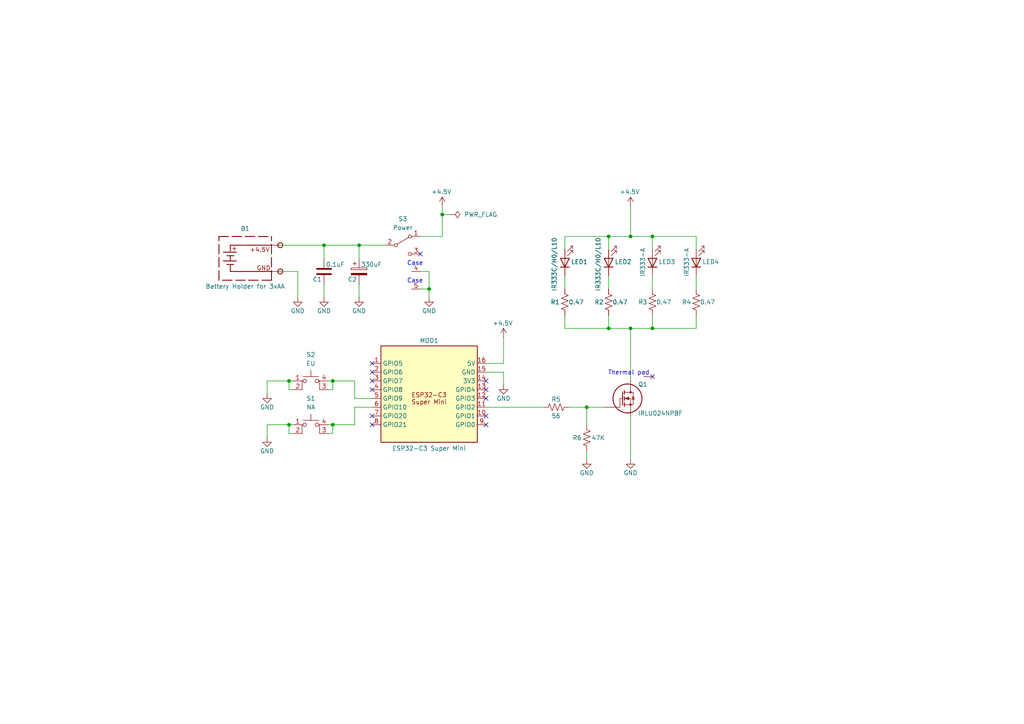
<source format=kicad_sch>
(kicad_sch (version 20250114) (generator "eeschema") (generator_version "9.0")
  (paper "A4")
  (title_block (title "TV-B-Gone kit V2 -- preliminary PCB") (date "2026-01-29") (rev "r1") (company "Cornfield Electronics") (comment 1 "Mitch Altman") (comment 2 "License: CC BY-SA 4.0"))
  (lib_symbols
    (symbol "Device:C" (pin_numbers (hide yes)) (pin_names (offset 0.254))
      (property "Reference" "C" (at 0.635 2.54 0))
      (property "Value" "C" (at 0.635 -2.54 0))
      (symbol "C_0_1"
        (polyline (pts (xy -2.032 0.762) (xy 2.032 0.762)) (stroke (width 0.508)))
        (polyline (pts (xy -2.032 -0.762) (xy 2.032 -0.762)) (stroke (width 0.508)))
      )
      (symbol "C_1_1"
        (pin passive line (at 0 3.81 270) (length 2.794) (name "~") (number "1"))
        (pin passive line (at 0 -3.81 90) (length 2.794) (name "~") (number "2"))
      )
    )
    (symbol "Device:C_Polarized" (pin_numbers (hide yes)) (pin_names (offset 0.254))
      (property "Reference" "C" (at 0.635 2.54 0))
      (property "Value" "C_Polarized" (at 0.635 -2.54 0))
      (symbol "C_Polarized_0_1"
        (rectangle (start -2.286 0.508) (end 2.286 1.016))
        (polyline (pts (xy -1.778 2.286) (xy -0.762 2.286)))
        (polyline (pts (xy -1.27 2.794) (xy -1.27 1.778)))
        (rectangle (start 2.286 -0.508) (end -2.286 -1.016) (fill (type outline)))
      )
      (symbol "C_Polarized_1_1"
        (pin passive line (at 0 3.81 270) (length 2.794) (name "~") (number "1"))
        (pin passive line (at 0 -3.81 90) (length 2.794) (name "~") (number "2"))
      )
    )
    (symbol "ESP32_C3_SuperMini_1"
      (property "Reference" "MOD" (at 0 12.192 0))
      (symbol "ESP32_C3_SuperMini_1_0_1"
        (rectangle (start -13.97 15.24) (end 13.97 -12.7) (stroke (width 0.254)) (fill (type background)))
      )
      (symbol "ESP32_C3_SuperMini_1_1_1"
        (text "ESP32-C3\nSuper Mini" (at 0 0 0) (effects (font (size 1.27 1.27))))
        (pin bidirectional line (at -16.51 10.16 0) (length 2.54) (name "GPIO5") (number "1"))
        (pin bidirectional line (at -16.51 7.62 0) (length 2.54) (name "GPIO6") (number "2"))
        (pin bidirectional line (at -16.51 5.08 0) (length 2.54) (name "GPIO7") (number "3"))
        (pin bidirectional line (at -16.51 2.54 0) (length 2.54) (name "GPIO8") (number "4"))
        (pin bidirectional line (at -16.51 0 0) (length 2.54) (name "GPIO9") (number "5"))
        (pin bidirectional line (at -16.51 -2.54 0) (length 2.54) (name "GPIO10") (number "6"))
        (pin bidirectional line (at -16.51 -5.08 0) (length 2.54) (name "GPIO20") (number "7"))
        (pin bidirectional line (at -16.51 -7.62 0) (length 2.54) (name "GPIO21") (number "8"))
        (pin power_in line (at 16.51 10.16 180) (length 2.54) (name "5V") (number "16"))
        (pin power_in line (at 16.51 7.62 180) (length 2.54) (name "GND") (number "15"))
        (pin power_in line (at 16.51 5.08 180) (length 2.54) (name "3V3") (number "14"))
        (pin bidirectional line (at 16.51 2.54 180) (length 2.54) (name "GPIO4") (number "13"))
        (pin bidirectional line (at 16.51 0 180) (length 2.54) (name "GPIO3") (number "12"))
        (pin bidirectional line (at 16.51 -2.54 180) (length 2.54) (name "GPIO2") (number "11"))
        (pin bidirectional line (at 16.51 -5.08 180) (length 2.54) (name "GPIO1") (number "10"))
        (pin bidirectional line (at 16.51 -7.62 180) (length 2.54) (name "GPIO0") (number "9"))
      )
    )
    (symbol "SW_SPDT_1" (pin_names (offset 0) (hide yes))
      (property "Reference" "S" (at 0 5.08 0))
      (property "Value" "Slide Switch" (at 0 -15.748 0))
      (symbol "SW_SPDT_1_0_1"
        (circle (center -2.032 0) (radius 0.4572))
        (polyline (pts (xy -1.651 0.254) (xy 1.651 2.286)))
        (circle (center 2.032 2.54) (radius 0.4572))
        (circle (center 2.032 -2.54) (radius 0.4572))
      )
      (symbol "SW_SPDT_1_1_1"
        (pin passive line (at -5.08 0 0) (length 2.54) (name "B") (number "2"))
        (pin passive line (at 5.08 2.54 180) (length 2.54) (name "A") (number "1"))
        (pin passive line (at 5.08 -2.54 180) (length 2.54) (name "C") (number "3"))
        (pin passive line (at 5.08 -7.62 180) (length 2.54) (name "Case") (number "4"))
        (pin passive line (at 5.08 -12.7 180) (length 2.54) (name "Case") (number "5"))
      )
    )
    (symbol "Switch:SW_MEC_5E" (pin_names (offset 1.016) (hide yes))
      (property "Reference" "SW" (at 0.635 5.715 0))
      (property "Value" "SW_MEC_5E" (at 0 -3.175 0))
      (symbol "SW_MEC_5E_0_1"
        (polyline (pts (xy -2.54 0) (xy -2.54 2.54) (xy -2.286 2.54)))
        (polyline (pts (xy -2.286 3.81) (xy 2.286 3.81)))
        (circle (center -1.778 2.54) (radius 0.508))
        (polyline (pts (xy 0 3.81) (xy 0 5.588)))
        (circle (center 1.778 2.54) (radius 0.508))
        (polyline (pts (xy 2.54 0) (xy 2.54 2.54) (xy 2.286 2.54)))
        (pin passive line (at -5.08 2.54 0) (length 2.54) (name "1") (number "1"))
        (pin passive line (at -5.08 0 0) (length 2.54) (name "2") (number "2"))
        (pin passive line (at 5.08 2.54 180) (length 2.54) (name "A") (number "4"))
        (pin passive line (at 5.08 0 180) (length 2.54) (name "K") (number "3"))
      )
    )
    (symbol "TVBG_Library:Battery holder for 3xAA batteries"
      (property "Reference" "B" (at -6.858 7.874 0))
      (symbol "Battery holder for 3xAA batteries_1_0"
        (polyline (pts (xy -7.62 6.35) (xy 7.62 6.35)) (stroke (width 0.254) (type dash)))
        (polyline (pts (xy -7.62 -6.35) (xy -7.62 6.35)) (stroke (width 0.254) (type dash)))
        (polyline (pts (xy -6.35 1.778) (xy -2.54 1.778)) (stroke (width 0.254)))
        (polyline (pts (xy -6.35 -0.762) (xy -4.318 -0.762)) (stroke (width 0.254)))
        (polyline (pts (xy -5.334 0.762) (xy -4.318 0.762)) (stroke (width 0.254)))
        (polyline (pts (xy -5.334 -1.778) (xy -3.302 -1.778)) (stroke (width 0.254)))
        (polyline (pts (xy -4.318 3.81) (xy -0.254 3.81)) (stroke (width 0.254)))
        (polyline (pts (xy -4.318 2.032) (xy -4.318 3.81)) (stroke (width 0.254)))
        (polyline (pts (xy -4.318 0.762) (xy -4.318 -0.762)) (stroke (width 0.254)))
        (polyline (pts (xy -4.318 0.762) (xy -3.302 0.762)) (stroke (width 0.254)))
        (polyline (pts (xy -4.318 -0.762) (xy -2.54 -0.762)) (stroke (width 0.254)))
        (polyline (pts (xy -4.318 -3.81) (xy -4.318 -2.032)) (stroke (width 0.254)))
        (polyline (pts (xy 7.62 3.81) (xy 0 3.81)) (stroke (width 0.254)))
        (polyline (pts (xy 7.62 -3.81) (xy -4.318 -3.81)) (stroke (width 0.254)))
        (polyline (pts (xy 7.62 -6.35) (xy -7.62 -6.35)) (stroke (width 0.254) (type dash)))
        (polyline (pts (xy 7.62 -6.35) (xy 7.62 6.35)) (stroke (width 0.254) (type dash)))
        (circle (center 10.16 3.81) (radius 0.7184) (stroke (width 0.254)))
        (circle (center 10.16 -3.81) (radius 0.7184) (stroke (width 0.254)))
        (text "+" (at -4.064 2.032 0) (effects (font (size 1.524 1.2954)) (justify left bottom)))
        (text "+4.5V" (at 1.27 1.778 0) (effects (font (size 1.27 1.27)) (justify left bottom)))
        (text "GND" (at 3.302 -3.556 0) (effects (font (size 1.27 1.27)) (justify left bottom)))
        (pin power_out line (at 10.16 3.81 180) (length 2.54) (name "+") (number "+"))
        (pin power_out line (at 10.16 -3.81 180) (length 2.54) (name "-") (number "-"))
      )
    )
    (symbol "TVBG_Library:LED" (pin_numbers (hide yes)) (pin_names (offset 1.016) (hide yes))
      (property "Reference" "LED" (at 0 2.54 0))
      (property "Value" "LED" (at 0 -2.54 0))
      (symbol "LED_0_1"
        (polyline (pts (xy -1.27 0) (xy 1.27 0)))
        (polyline (pts (xy -1.27 -1.27) (xy -1.27 1.27)) (stroke (width 0.254)))
        (polyline (pts (xy 1.27 -1.27) (xy 1.27 1.27) (xy -1.27 0) (xy 1.27 -1.27)) (stroke (width 0.254)))
        (polyline (pts (xy 2.032 -0.762) (xy 3.556 -2.286) (xy 3.556 -1.524) (xy 3.556 -2.286) (xy 2.794 -2.286)))
        (polyline (pts (xy 3.302 -0.762) (xy 4.826 -2.286) (xy 4.826 -1.524) (xy 4.826 -2.286) (xy 4.064 -2.286)))
      )
      (symbol "LED_1_1"
        (pin passive line (at -3.81 0 0) (length 2.54) (name "K") (number "K"))
        (pin passive line (at 3.81 0 180) (length 2.54) (name "A") (number "A"))
      )
    )
    (symbol "TVBG_Library:Q_NMOS" (pin_numbers (hide yes)) (pin_names (offset 0) (hide yes))
      (property "Reference" "Q" (at 5.08 3.556 0))
      (property "Value" "Q_NMOS" (at 5.08 -3.81 0))
      (symbol "Q_NMOS_0_1"
        (polyline (pts (xy -2.54 -2.54) (xy -0.508 -2.54) (xy -0.508 0)))
        (polyline (pts (xy 0.254 1.905) (xy 0.254 -1.905)) (stroke (width 0.254)))
        (polyline (pts (xy 0.254 0) (xy -0.508 0)))
        (polyline (pts (xy 0.762 2.286) (xy 0.762 1.27)) (stroke (width 0.254)))
        (polyline (pts (xy 0.762 0.508) (xy 0.762 -0.508)) (stroke (width 0.254)))
        (polyline (pts (xy 0.762 -1.27) (xy 0.762 -2.286)) (stroke (width 0.254)))
        (polyline (pts (xy 0.762 -1.778) (xy 3.302 -1.778) (xy 3.302 1.778) (xy 0.762 1.778)))
        (polyline (pts (xy 1.016 0) (xy 2.032 0.381) (xy 2.032 -0.381) (xy 1.016 0)) (fill (type outline)))
        (circle (center 1.651 0) (radius 4.1987) (stroke (width 0.254)))
        (polyline (pts (xy 2.54 2.54) (xy 2.54 1.778)))
        (circle (center 2.54 1.778) (radius 0.254) (fill (type outline)))
        (circle (center 2.54 -1.778) (radius 0.254) (fill (type outline)))
        (polyline (pts (xy 2.54 -2.54) (xy 2.54 0) (xy 0.762 0)))
        (polyline (pts (xy 2.921 0.381) (xy 3.683 0.381)))
        (polyline (pts (xy 3.302 0.381) (xy 2.921 -0.254) (xy 3.683 -0.254) (xy 3.302 0.381)))
      )
      (symbol "Q_NMOS_1_1"
        (pin input line (at -5.08 -2.54 0) (length 2.54) (name "G") (number "G"))
        (pin passive line (at 2.54 5.08 270) (length 2.54) (name "D") (number "D"))
        (pin passive line (at 2.54 -5.08 90) (length 2.54) (name "S") (number "S"))
        (pin passive line (at 8.89 6.35 180) (length 2.54) (name "Thermal") (number "4"))
      )
    )
    (symbol "TVBG_Library:R" (pin_numbers (hide yes)) (pin_names (offset 0))
      (property "Reference" "R" (at 0 2.54 0))
      (property "Value" "R" (at 0 -2.54 0))
      (symbol "R_0_1"
        (polyline (pts (xy -2.286 0) (xy -2.54 0)))
        (polyline (pts (xy -2.286 0) (xy -1.905 1.016) (xy -1.524 0) (xy -1.143 -1.016) (xy -0.762 0)))
        (polyline (pts (xy -0.762 0) (xy -0.381 1.016) (xy 0 0) (xy 0.381 -1.016) (xy 0.762 0)))
        (polyline (pts (xy 0.762 0) (xy 1.143 1.016) (xy 1.524 0) (xy 1.905 -1.016) (xy 2.286 0)))
        (polyline (pts (xy 2.286 0) (xy 2.54 0)))
      )
      (symbol "R_1_1"
        (pin passive line (at -3.81 0 0) (length 1.27) (name "~") (number "P$1"))
        (pin passive line (at 3.81 0 180) (length 1.27) (name "~") (number "P$2"))
      )
    )
    (symbol "power:+4V" (power) (pin_numbers (hide yes)) (pin_names (offset 0) (hide yes))
      (property "Value" "+4V" (at 0 3.556 0))
      (symbol "+4V_0_1"
        (polyline (pts (xy -0.762 1.27) (xy 0 2.54)))
        (polyline (pts (xy 0 2.54) (xy 0.762 1.27)))
        (polyline (pts (xy 0 0) (xy 0 2.54)))
      )
      (symbol "+4V_1_1"
        (pin power_in line (at 0 0 90) (length 0) (name "~") (number "1"))
      )
    )
    (symbol "power:GND" (power) (pin_numbers (hide yes)) (pin_names (offset 0) (hide yes))
      (property "Value" "GND" (at 0 -3.81 0))
      (symbol "GND_0_1"
        (polyline (pts (xy 0 0) (xy 0 -1.27) (xy 1.27 -1.27) (xy 0 -2.54) (xy -1.27 -1.27) (xy 0 -1.27)))
      )
      (symbol "GND_1_1"
        (pin power_in line (at 0 0 270) (length 0) (name "~") (number "1"))
      )
    )
    (symbol "power:PWR_FLAG" (power) (pin_numbers (hide yes)) (pin_names (offset 0) (hide yes))
      (property "Value" "PWR_FLAG" (at 0 3.81 0))
      (symbol "PWR_FLAG_0_0"
        (pin power_out line (at 0 0 90) (length 0) (name "~") (number "1"))
      )
      (symbol "PWR_FLAG_0_1"
        (polyline (pts (xy 0 0) (xy 0 1.27) (xy -1.016 1.905) (xy 0 2.54) (xy 1.016 1.905) (xy 0 1.27)))
      )
    )
  )
  (text "Thermal pad" (at 182.372 108.204 0) (effects (font (size 1.27 1.27))))
  (text "Case" (at 120.396 81.534 0) (effects (font (size 1.27 1.27))))
  (text "Case" (at 120.396 76.454 0) (effects (font (size 1.27 1.27))))
  (junction (at 170.18 118.11))
  (junction (at 189.23 95.25))
  (junction (at 96.52 123.19))
  (junction (at 104.14 71.12))
  (junction (at 96.52 110.49))
  (junction (at 83.82 110.49))
  (junction (at 128.27 62.23))
  (junction (at 83.82 123.19))
  (junction (at 189.23 68.58))
  (junction (at 93.98 71.12))
  (junction (at 124.46 83.82))
  (junction (at 176.53 95.25))
  (junction (at 182.88 68.58))
  (junction (at 176.53 68.58))
  (junction (at 182.88 95.25))
  (no_connect (at 189.23 109.22))
  (no_connect (at 107.95 123.19))
  (no_connect (at 107.95 113.03))
  (no_connect (at 140.97 110.49))
  (no_connect (at 140.97 115.57))
  (no_connect (at 140.97 113.03))
  (no_connect (at 121.92 73.66))
  (no_connect (at 140.97 120.65))
  (no_connect (at 107.95 107.95))
  (no_connect (at 107.95 120.65))
  (no_connect (at 140.97 123.19))
  (no_connect (at 107.95 105.41))
  (no_connect (at 107.95 110.49))
  (wire (pts (xy 86.36 86.36) (xy 86.36 78.74)))
  (wire (pts (xy 121.92 68.58) (xy 128.27 68.58)))
  (wire (pts (xy 85.09 110.49) (xy 83.82 110.49)))
  (wire (pts (xy 85.09 113.03) (xy 83.82 113.03)))
  (wire (pts (xy 104.14 71.12) (xy 104.14 74.93)))
  (wire (pts (xy 121.92 78.74) (xy 124.46 78.74)))
  (wire (pts (xy 93.98 82.55) (xy 93.98 86.36)))
  (wire (pts (xy 170.18 130.81) (xy 170.18 133.35)))
  (wire (pts (xy 140.97 118.11) (xy 157.48 118.11)))
  (wire (pts (xy 128.27 62.23) (xy 128.27 68.58)))
  (wire (pts (xy 170.18 118.11) (xy 170.18 123.19)))
  (wire (pts (xy 95.25 113.03) (xy 96.52 113.03)))
  (wire (pts (xy 182.88 59.69) (xy 182.88 68.58)))
  (wire (pts (xy 146.05 97.79) (xy 146.05 105.41)))
  (wire (pts (xy 96.52 113.03) (xy 96.52 110.49)))
  (wire (pts (xy 163.83 95.25) (xy 176.53 95.25)))
  (wire (pts (xy 189.23 91.44) (xy 189.23 95.25)))
  (wire (pts (xy 102.87 115.57) (xy 107.95 115.57)))
  (wire (pts (xy 176.53 80.01) (xy 176.53 83.82)))
  (wire (pts (xy 140.97 105.41) (xy 146.05 105.41)))
  (wire (pts (xy 182.88 120.65) (xy 182.88 133.35)))
  (wire (pts (xy 83.82 125.73) (xy 83.82 123.19)))
  (wire (pts (xy 77.47 123.19) (xy 77.47 127)))
  (wire (pts (xy 176.53 91.44) (xy 176.53 95.25)))
  (wire (pts (xy 189.23 80.01) (xy 189.23 83.82)))
  (wire (pts (xy 77.47 110.49) (xy 77.47 114.3)))
  (wire (pts (xy 163.83 68.58) (xy 163.83 72.39)))
  (wire (pts (xy 104.14 82.55) (xy 104.14 86.36)))
  (wire (pts (xy 95.25 123.19) (xy 96.52 123.19)))
  (wire (pts (xy 170.18 118.11) (xy 175.26 118.11)))
  (wire (pts (xy 93.98 71.12) (xy 93.98 74.93)))
  (wire (pts (xy 95.25 125.73) (xy 96.52 125.73)))
  (wire (pts (xy 102.87 110.49) (xy 102.87 115.57)))
  (wire (pts (xy 96.52 123.19) (xy 102.87 123.19)))
  (wire (pts (xy 201.93 91.44) (xy 201.93 95.25)))
  (wire (pts (xy 189.23 95.25) (xy 201.93 95.25)))
  (wire (pts (xy 81.28 71.12) (xy 93.98 71.12)))
  (wire (pts (xy 124.46 78.74) (xy 124.46 83.82)))
  (wire (pts (xy 201.93 68.58) (xy 201.93 72.39)))
  (wire (pts (xy 189.23 68.58) (xy 189.23 72.39)))
  (wire (pts (xy 128.27 62.23) (xy 130.81 62.23)))
  (wire (pts (xy 176.53 68.58) (xy 176.53 72.39)))
  (wire (pts (xy 182.88 95.25) (xy 189.23 95.25)))
  (wire (pts (xy 83.82 123.19) (xy 77.47 123.19)))
  (wire (pts (xy 81.28 78.74) (xy 86.36 78.74)))
  (wire (pts (xy 163.83 91.44) (xy 163.83 95.25)))
  (wire (pts (xy 146.05 107.95) (xy 146.05 111.76)))
  (wire (pts (xy 85.09 125.73) (xy 83.82 125.73)))
  (wire (pts (xy 124.46 83.82) (xy 124.46 86.36)))
  (wire (pts (xy 102.87 123.19) (xy 102.87 118.11)))
  (wire (pts (xy 85.09 123.19) (xy 83.82 123.19)))
  (wire (pts (xy 83.82 113.03) (xy 83.82 110.49)))
  (wire (pts (xy 201.93 80.01) (xy 201.93 83.82)))
  (wire (pts (xy 93.98 71.12) (xy 104.14 71.12)))
  (wire (pts (xy 182.88 68.58) (xy 189.23 68.58)))
  (wire (pts (xy 140.97 107.95) (xy 146.05 107.95)))
  (wire (pts (xy 83.82 110.49) (xy 77.47 110.49)))
  (wire (pts (xy 128.27 59.69) (xy 128.27 62.23)))
  (wire (pts (xy 96.52 125.73) (xy 96.52 123.19)))
  (wire (pts (xy 176.53 95.25) (xy 182.88 95.25)))
  (wire (pts (xy 182.88 95.25) (xy 182.88 110.49)))
  (wire (pts (xy 121.92 83.82) (xy 124.46 83.82)))
  (wire (pts (xy 165.1 118.11) (xy 170.18 118.11)))
  (wire (pts (xy 104.14 71.12) (xy 111.76 71.12)))
  (wire (pts (xy 102.87 118.11) (xy 107.95 118.11)))
  (wire (pts (xy 96.52 110.49) (xy 102.87 110.49)))
  (wire (pts (xy 163.83 68.58) (xy 176.53 68.58)))
  (wire (pts (xy 95.25 110.49) (xy 96.52 110.49)))
  (wire (pts (xy 189.23 68.58) (xy 201.93 68.58)))
  (wire (pts (xy 163.83 80.01) (xy 163.83 83.82)))
  (wire (pts (xy 176.53 68.58) (xy 182.88 68.58)))
  (symbol (lib_id "power:GND") (at 86.36 86.36 0) (unit 1)
    (property "Reference" "#PWR03" (effects (hide yes)))
    (property "Value" "GND" (at 86.36 90.17 0))
    (property "Description" "Power symbol creates a global label with name \"GND\" , ground" (effects (hide yes)))
  )
  (symbol (lib_id "TVBG_Library:LED") (at 163.83 76.2 90) (unit 1)
    (property "Reference" "LED1" (at 165.608 75.946 90) (effects (justify right)))
    (property "Value" "IR333C/H0/L10" (at 160.782 68.834 0) (effects (justify right)))
    (property "Footprint" "TVBG_Library:LED_IR_5MM" (effects (hide yes)))
    (property "Datasheet" "https://mm.digikey.com/Volume0/opasdata/d220001/medias/docus/497/IR333C-H0-L10-TR1-7_R_Rev2_1-4-17.pdf" (effects (hide yes)))
    (property "Description" "IR LED, 5mm, 40 deg, colorless" (effects (hide yes)))
    (property "Part #" "Everlight -- IR333C/H0/L10/TR1-7(R)" (effects (hide yes)))
  )
  (symbol (lib_id "TVBG_Library:R") (at 163.83 87.63 90) (unit 1)
    (property "Reference" "R1" (at 161.036 87.63 90))
    (property "Value" "0.47" (at 167.132 87.63 90))
    (property "Footprint" "TVBG_Library:Resistor_THT_0.5W" (effects (hide yes)))
    (property "Datasheet" "https://www.koaspeer.com/pdfs/MOS.pdf" (effects (hide yes)))
    (property "Description" "0.47 Ohm, 1/2W, 5%" (effects (hide yes)))
    (property "Part #" "KOA Speer -- MOSX1/2CT52RR47J " (effects (hide yes)))
  )
  (symbol (lib_id "TVBG_Library:LED") (at 176.53 76.2 90) (unit 1)
    (property "Reference" "LED2" (at 178.308 75.946 90) (effects (justify right)))
    (property "Value" "IR333C/H0/L10" (at 173.482 68.834 0) (effects (justify right)))
    (property "Footprint" "TVBG_Library:LED_IR_5MM" (effects (hide yes)))
    (property "Datasheet" "https://mm.digikey.com/Volume0/opasdata/d220001/medias/docus/497/IR333C-H0-L10-TR1-7_R_Rev2_1-4-17.pdf" (effects (hide yes)))
    (property "Description" "IR LED, 5mm, 40 deg, colorless" (effects (hide yes)))
    (property "Part #" "Everlight -- IR333C/H0/L10/TR1-7(R)" (effects (hide yes)))
  )
  (symbol (lib_id "TVBG_Library:LED") (at 189.23 76.2 90) (unit 1)
    (property "Reference" "LED3" (at 191.008 75.946 90) (effects (justify right)))
    (property "Value" "IR333-A" (at 186.436 71.882 0) (effects (justify right)))
    (property "Footprint" "TVBG_Library:LED_IR_5MM" (effects (hide yes)))
    (property "Datasheet" "https://mm.digikey.com/Volume0/opasdata/d220001/medias/docus/5972/IR333-A_Ver5_12-19-16.pdf" (effects (hide yes)))
    (property "Description" "IR LED, 5mm, 20 deg, blue tint" (effects (hide yes)))
    (property "Part #" "Everlight -- IR333-A" (effects (hide yes)))
  )
  (symbol (lib_id "power:+4V") (at 182.88 59.69 0) (unit 1)
    (property "Reference" "#PWR07" (effects (hide yes)))
    (property "Value" "+4.5V" (at 182.626 55.626 0))
    (property "Description" "Power symbol creates a global label with name \"+4V\"" (effects (hide yes)))
  )
  (symbol (lib_id "Device:C_Polarized") (at 104.14 78.74 0) (unit 1)
    (property "Reference" "C2" (at 100.838 81.026 0) (effects (justify left)))
    (property "Value" "330uF" (at 104.648 76.708 0) (effects (justify left)))
    (property "Footprint" "TVBG_Library:Cap_Panasonic_Electrolytic_8mm" (effects (hide yes)))
    (property "Datasheet" "https://industrial.panasonic.com/ww/products/pt/aluminum-cap-lead/models/ECEA0JKA331Q" (effects (hide yes)))
    (property "Description" "330uF, 6.3V, electrolytic, 8mm diam x 8mm height" (effects (hide yes)))
    (property "Part #" "Panasonic -- ECE-A0JKA331Q" (effects (hide yes)))
  )
  (symbol (lib_id "power:GND") (at 170.18 133.35 0) (unit 1)
    (property "Reference" "#PWR06" (effects (hide yes)))
    (property "Value" "GND" (at 170.18 137.16 0))
    (property "Description" "Power symbol creates a global label with name \"GND\" , ground" (effects (hide yes)))
  )
  (symbol (lib_name "SW_SPDT_1") (lib_id "TVBG_Library:SW_SPDT") (at 116.84 71.12 0) (unit 1)
    (property "Reference" "S3" (at 116.84 63.5 0))
    (property "Value" "Power" (at 116.84 66.04 0))
    (property "Footprint" "TVBG_Library:C&K_SPST_OS102011MS2QS1" (effects (hide yes)))
    (property "Datasheet" "https://www.ckswitches.com/media/1428/os.pdf" (effects (hide yes)))
    (property "Description" "Switch, single pole double throw, with 2 PCB-mounting pins" (effects (hide yes)))
    (property "Part #" "OS102011MS2QN1" (effects (hide yes)))
  )
  (symbol (lib_id "power:GND") (at 104.14 86.36 0) (unit 1)
    (property "Reference" "#PWR012" (effects (hide yes)))
    (property "Value" "GND" (at 104.14 90.17 0))
    (property "Description" "Power symbol creates a global label with name \"GND\" , ground" (effects (hide yes)))
  )
  (symbol (lib_id "power:GND") (at 93.98 86.36 0) (unit 1)
    (property "Reference" "#PWR011" (effects (hide yes)))
    (property "Value" "GND" (at 93.98 90.17 0))
    (property "Description" "Power symbol creates a global label with name \"GND\" , ground" (effects (hide yes)))
  )
  (symbol (lib_id "power:GND") (at 124.46 86.36 0) (unit 1)
    (property "Reference" "#PWR010" (effects (hide yes)))
    (property "Value" "GND" (at 124.46 90.17 0))
    (property "Description" "Power symbol creates a global label with name \"GND\" , ground" (effects (hide yes)))
  )
  (symbol (lib_id "TVBG_Library:R") (at 161.29 118.11 0) (unit 1)
    (property "Reference" "R5" (at 161.29 115.824 0))
    (property "Value" "56" (at 161.29 120.65 0))
    (property "Footprint" "TVBG_Library:Resistor_THT_0.25W" (effects (hide yes)))
    (property "Datasheet" "https://www.seielect.com/catalog/SEI-CF_CFM.pdf" (effects (hide yes)))
    (property "Description" "56 Ohm, 1/4W, 5%" (effects (hide yes)))
    (property "Part #" "Stackpole -- CF14JT56R0 " (effects (hide yes)))
  )
  (symbol (lib_name "ESP32_C3_SuperMini_1") (lib_id "TVBG_Library:ESP32_C3_SuperMini") (at 124.46 115.57 0) (unit 1)
    (property "Reference" "MOD1" (at 124.46 98.806 0))
    (property "Value" "ESP32-C3 Super Mini" (at 124.46 130.048 0))
    (property "Footprint" "TVBG_Library:ESP32-C3_Super_Mini" (effects (hide yes)))
    (property "Datasheet" "https://de.aliexpress.com/item/1005009495310442.html" (effects (hide yes)))
    (property "Description" "ESP32-C3 dev board from Aliexpress" (effects (hide yes)))
    (property "Part #" "Shop1102186190 Aliexpress Store, with Color = 10PCS C3 MINI" (effects (hide yes)))
  )
  (symbol (lib_id "TVBG_Library:R") (at 176.53 87.63 90) (unit 1)
    (property "Reference" "R2" (at 173.736 87.63 90))
    (property "Value" "0.47" (at 179.832 87.63 90))
    (property "Footprint" "TVBG_Library:Resistor_THT_0.5W" (effects (hide yes)))
    (property "Datasheet" "https://www.koaspeer.com/pdfs/MOS.pdf" (effects (hide yes)))
    (property "Description" "0.47 Ohm, 1/2W, 5%" (effects (hide yes)))
    (property "Part #" "KOA Speer -- MOSX1/2CT52RR47J " (effects (hide yes)))
  )
  (symbol (lib_id "power:GND") (at 77.47 114.3 0) (unit 1)
    (property "Reference" "#PWR01" (effects (hide yes)))
    (property "Value" "GND" (at 77.47 118.11 0))
    (property "Description" "Power symbol creates a global label with name \"GND\" , ground" (effects (hide yes)))
  )
  (symbol (lib_id "Device:C") (at 93.98 78.74 0) (unit 1)
    (property "Reference" "C1" (at 90.678 81.026 0) (effects (justify left)))
    (property "Value" "0.1uF" (at 94.488 76.708 0) (effects (justify left)))
    (property "Footprint" "TVBG_Library:Cap_Kemet_2.54_MLCC_through-hole" (effects (hide yes)))
    (property "Datasheet" "https://content.kemet.com/datasheets/KEM_C1050_GOLDMAX_X7R.pdf" (effects (hide yes)))
    (property "Description" "0.1uF, ceramic, multilayer, 100V, 0.1\" lead-spacing" (effects (hide yes)))
    (property "Part #" "Kemet -- C320C104M5R5TA7303" (effects (hide yes)))
  )
  (symbol (lib_id "power:PWR_FLAG") (at 130.81 62.23 270) (unit 1)
    (property "Reference" "#FLG01" (effects (hide yes)))
    (property "Value" "PWR_FLAG" (at 134.62 62.2299 90) (effects (justify left)))
    (property "Description" "Special symbol for telling ERC where power comes from" (effects (hide yes)))
  )
  (symbol (lib_id "power:GND") (at 182.88 133.35 0) (unit 1)
    (property "Reference" "#PWR05" (effects (hide yes)))
    (property "Value" "GND" (at 182.88 137.16 0))
    (property "Description" "Power symbol creates a global label with name \"GND\" , ground" (effects (hide yes)))
  )
  (symbol (lib_id "TVBG_Library:Battery holder for 3xAA batteries") (at 71.12 74.93 0) (unit 1)
    (property "Reference" "B1" (at 71.12 66.294 0))
    (property "Value" "Battery Holder for 3xAA" (at 71.12 83.058 0))
    (property "Footprint" "TVBG_Library:BatteryHolder_Eagle_Plastic_Devices_3xAA" (effects (hide yes)))
    (property "Datasheet" "https://www.keyelco.com/userAssets/file/M65p28.pdf" (effects (hide yes)))
    (property "Description" "Battery holder for 3xAA, two pins" (effects (hide yes)))
    (property "Part #" "Keystone -- 2464" (effects (hide yes)))
  )
  (symbol (lib_id "power:GND") (at 146.05 111.76 0) (unit 1)
    (property "Reference" "#PWR09" (effects (hide yes)))
    (property "Value" "GND" (at 146.05 115.57 0))
    (property "Description" "Power symbol creates a global label with name \"GND\" , ground" (effects (hide yes)))
  )
  (symbol (lib_id "Switch:SW_MEC_5E") (at 90.17 125.73 0) (unit 1)
    (property "Reference" "S1" (at 90.17 115.57 0))
    (property "Value" "NA" (at 90.17 118.11 0))
    (property "Footprint" "TVBG_Library:TACTILE_SWITCH_12MM" (effects (hide yes)))
    (property "Datasheet" "https://omronfs.omron.com/en_US/ecb/products/pdf/en-b3f.pdf" (effects (hide yes)))
    (property "Description" "Description SPST Tact Switch, 12x12mm, Yellow" (effects (hide yes)))
    (property "Part #" "Omron -- B3F-4005" (effects (hide yes)))
  )
  (symbol (lib_id "TVBG_Library:R") (at 189.23 87.63 90) (unit 1)
    (property "Reference" "R3" (at 186.436 87.63 90))
    (property "Value" "0.47" (at 192.532 87.63 90))
    (property "Footprint" "TVBG_Library:Resistor_THT_0.5W" (effects (hide yes)))
    (property "Datasheet" "https://www.koaspeer.com/pdfs/MOS.pdf" (effects (hide yes)))
    (property "Description" "0.47 Ohm, 1/2W, 5%" (effects (hide yes)))
    (property "Part #" "KOA Speer -- MOSX1/2CT52RR47J " (effects (hide yes)))
  )
  (symbol (lib_id "TVBG_Library:R") (at 201.93 87.63 90) (unit 1)
    (property "Reference" "R4" (at 199.136 87.63 90))
    (property "Value" "0.47" (at 205.232 87.63 90))
    (property "Footprint" "TVBG_Library:Resistor_THT_0.5W" (effects (hide yes)))
    (property "Datasheet" "https://www.koaspeer.com/pdfs/MOS.pdf" (effects (hide yes)))
    (property "Description" "0.47 Ohm, 1/2W, 5%" (effects (hide yes)))
    (property "Part #" "KOA Speer -- MOSX1/2CT52RR47J " (effects (hide yes)))
  )
  (symbol (lib_id "TVBG_Library:R") (at 170.18 127 90) (unit 1)
    (property "Reference" "R6" (at 167.386 127 90))
    (property "Value" "47K" (at 173.482 127 90))
    (property "Footprint" "TVBG_Library:Resistor_THT_0.25W" (effects (hide yes)))
    (property "Datasheet" "https://www.seielect.com/catalog/SEI-CF_CFM.pdf" (effects (hide yes)))
    (property "Description" "47K, 1/4W, 5%" (effects (hide yes)))
    (property "Part #" "Stackpole -- CF14JT47K0" (effects (hide yes)))
  )
  (symbol (lib_id "power:GND") (at 77.47 127 0) (unit 1)
    (property "Reference" "#PWR02" (effects (hide yes)))
    (property "Value" "GND" (at 77.47 130.81 0))
    (property "Description" "Power symbol creates a global label with name \"GND\" , ground" (effects (hide yes)))
  )
  (symbol (lib_id "TVBG_Library:Q_NMOS") (at 180.34 115.57 0) (unit 1)
    (property "Reference" "Q1" (at 186.436 111.506 0))
    (property "Value" "IRLU024NPBF" (at 191.516 119.888 0))
    (property "Footprint" "TVBG_Library:TO-251AA_Horizontal_TabDown" (effects (hide yes)))
    (property "Datasheet" "https://www.infineon.com/assets/row/public/documents/24/49/infineon-irlr024n-datasheet-en.pdf" (effects (hide yes)))
    (property "Description" "Power N-MOSFET transistor, 3.3V logic level" (effects (hide yes)))
    (property "Part #" "Infineon -- IRLU024NPBF" (effects (hide yes)))
  )
  (symbol (lib_id "power:+4V") (at 128.27 59.69 0) (unit 1)
    (property "Reference" "#PWR04" (effects (hide yes)))
    (property "Value" "+4.5V" (at 128.016 55.626 0))
    (property "Description" "Power symbol creates a global label with name \"+4V\"" (effects (hide yes)))
  )
  (symbol (lib_id "Switch:SW_MEC_5E") (at 90.17 113.03 0) (unit 1)
    (property "Reference" "S2" (at 90.17 102.87 0))
    (property "Value" "EU" (at 90.17 105.41 0))
    (property "Footprint" "TVBG_Library:TACTILE_SWITCH_12MM" (effects (hide yes)))
    (property "Datasheet" "https://omronfs.omron.com/en_US/ecb/products/pdf/en-b3f.pdf" (effects (hide yes)))
    (property "Description" "Description SPST Tact Switch, 12x12mm, Ivory" (effects (hide yes)))
    (property "Part #" "Omron -- B3F-4000" (effects (hide yes)))
  )
  (symbol (lib_id "TVBG_Library:LED") (at 201.93 76.2 90) (unit 1)
    (property "Reference" "LED4" (at 203.708 75.946 90) (effects (justify right)))
    (property "Value" "IR333-A" (at 199.136 71.882 0) (effects (justify right)))
    (property "Footprint" "TVBG_Library:LED_IR_5MM" (effects (hide yes)))
    (property "Datasheet" "https://mm.digikey.com/Volume0/opasdata/d220001/medias/docus/5972/IR333-A_Ver5_12-19-16.pdf" (effects (hide yes)))
    (property "Description" "IR LED, 5mm, 20 deg, blue tint" (effects (hide yes)))
    (property "Part #" "Everlight -- IR333C/H0/L10/TR1-7(R)" (effects (hide yes)))
  )
  (symbol (lib_id "power:+4V") (at 146.05 97.79 0) (unit 1)
    (property "Reference" "#PWR08" (effects (hide yes)))
    (property "Value" "+4.5V" (at 145.796 93.726 0))
    (property "Description" "Power symbol creates a global label with name \"+4V\"" (effects (hide yes)))
  )
)
</source>
